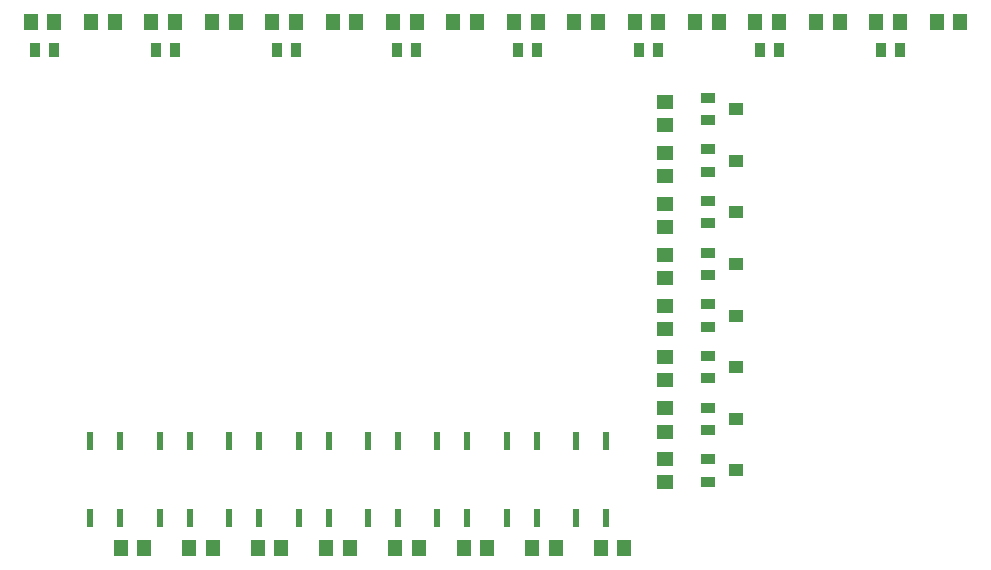
<source format=gbp>
%FSLAX25Y25*%
%MOIN*%
G70*
G01*
G75*
G04 Layer_Color=128*
%ADD10R,0.33465X0.42126*%
%ADD11R,0.12205X0.04331*%
%ADD12R,0.05906X0.03937*%
%ADD13R,0.05512X0.04724*%
%ADD14R,0.05906X0.05906*%
%ADD15R,0.01969X0.07874*%
%ADD16O,0.01969X0.07874*%
%ADD17R,0.04921X0.03543*%
%ADD18R,0.03543X0.02362*%
%ADD19R,0.03937X0.05906*%
%ADD20R,0.04724X0.05512*%
%ADD21R,0.01969X0.06890*%
%ADD22O,0.01969X0.06890*%
%ADD23O,0.06890X0.01969*%
%ADD24C,0.03937*%
%ADD25C,0.01000*%
%ADD26C,0.02362*%
%ADD27C,0.03150*%
%ADD28C,0.01969*%
%ADD29C,0.01575*%
%ADD30C,0.17716*%
%ADD31R,0.08268X0.08268*%
%ADD32C,0.08268*%
%ADD33R,0.08268X0.08268*%
%ADD34R,0.06102X0.06102*%
%ADD35C,0.06102*%
%ADD36R,0.06102X0.06102*%
%ADD37C,0.05906*%
%ADD38C,0.04724*%
%ADD39R,0.04724X0.04724*%
G04:AMPARAMS|DCode=40|XSize=98.43mil|YSize=118.11mil|CornerRadius=24.61mil|HoleSize=0mil|Usage=FLASHONLY|Rotation=90.000|XOffset=0mil|YOffset=0mil|HoleType=Round|Shape=RoundedRectangle|*
%AMROUNDEDRECTD40*
21,1,0.09843,0.06890,0,0,90.0*
21,1,0.04921,0.11811,0,0,90.0*
1,1,0.04921,0.03445,0.02461*
1,1,0.04921,0.03445,-0.02461*
1,1,0.04921,-0.03445,-0.02461*
1,1,0.04921,-0.03445,0.02461*
%
%ADD40ROUNDEDRECTD40*%
%ADD41R,0.11811X0.09843*%
%ADD42C,0.11811*%
%ADD43C,0.04724*%
%ADD44R,0.04724X0.04724*%
%ADD45C,0.06200*%
%ADD46R,0.05906X0.05906*%
%ADD47C,0.01969*%
%ADD48R,0.02362X0.05906*%
%ADD49R,0.04724X0.03937*%
%ADD50R,0.04724X0.03543*%
%ADD51R,0.05118X0.03543*%
%ADD52R,0.03543X0.04921*%
%ADD53C,0.00787*%
%ADD54C,0.00394*%
%ADD55C,0.01200*%
%ADD56C,0.00591*%
%ADD57C,0.00500*%
%ADD58C,0.00400*%
%ADD59C,0.00600*%
%ADD60C,0.00236*%
%ADD61C,0.00984*%
%ADD62C,0.02362*%
D13*
X454969Y371894D02*
D03*
Y379768D02*
D03*
Y354894D02*
D03*
Y362768D02*
D03*
Y337894D02*
D03*
Y345768D02*
D03*
X454969Y320894D02*
D03*
Y328768D02*
D03*
X454969Y286894D02*
D03*
Y294768D02*
D03*
Y303894D02*
D03*
Y311768D02*
D03*
Y277728D02*
D03*
Y269854D02*
D03*
X454969Y252894D02*
D03*
Y260768D02*
D03*
D20*
X281500Y231000D02*
D03*
X273626D02*
D03*
X304357D02*
D03*
X296483D02*
D03*
X327214D02*
D03*
X319340D02*
D03*
X372929D02*
D03*
X365054D02*
D03*
X395786D02*
D03*
X387912D02*
D03*
X418643D02*
D03*
X410769D02*
D03*
X350071D02*
D03*
X342197D02*
D03*
X441500D02*
D03*
X433626D02*
D03*
X243626Y406500D02*
D03*
X251500D02*
D03*
X263759D02*
D03*
X271633D02*
D03*
X304026D02*
D03*
X311900D02*
D03*
X283893D02*
D03*
X291767D02*
D03*
X344293D02*
D03*
X352167D02*
D03*
X324159D02*
D03*
X332033D02*
D03*
X384559D02*
D03*
X392433D02*
D03*
X364426D02*
D03*
X372300D02*
D03*
X424826D02*
D03*
X432700D02*
D03*
X404693D02*
D03*
X412567Y406500D02*
D03*
X444959Y406500D02*
D03*
X452833D02*
D03*
X465093D02*
D03*
X472967D02*
D03*
X485226D02*
D03*
X493100D02*
D03*
X505359D02*
D03*
X513233D02*
D03*
X545626D02*
D03*
X553500D02*
D03*
X525493D02*
D03*
X533367D02*
D03*
D48*
X366071Y241000D02*
D03*
X356071D02*
D03*
X366071Y266590D02*
D03*
X356071D02*
D03*
X435500Y241000D02*
D03*
X425500D02*
D03*
X435500Y266590D02*
D03*
X425500D02*
D03*
X273500Y241000D02*
D03*
X263500D02*
D03*
X273500Y266590D02*
D03*
X263500D02*
D03*
X296643Y241000D02*
D03*
X286643D02*
D03*
X296643Y266590D02*
D03*
X286643D02*
D03*
X319786Y241000D02*
D03*
X309786D02*
D03*
X319786Y266590D02*
D03*
X309786D02*
D03*
X342929Y241000D02*
D03*
X332928D02*
D03*
X342929Y266590D02*
D03*
X332928D02*
D03*
X389214Y241000D02*
D03*
X379214D02*
D03*
X389214Y266590D02*
D03*
X379214D02*
D03*
X412357Y241000D02*
D03*
X402357D02*
D03*
X412357Y266590D02*
D03*
X402357D02*
D03*
D49*
X478594Y377394D02*
D03*
Y360179D02*
D03*
Y342965D02*
D03*
X478594Y325751D02*
D03*
Y308537D02*
D03*
X478594Y291322D02*
D03*
Y274108D02*
D03*
Y256894D02*
D03*
D50*
X469343Y381134D02*
D03*
Y363919D02*
D03*
Y346705D02*
D03*
X469343Y329491D02*
D03*
Y312277D02*
D03*
X469343Y295062D02*
D03*
Y277848D02*
D03*
Y260634D02*
D03*
D51*
X469343Y373654D02*
D03*
Y356439D02*
D03*
Y339225D02*
D03*
Y322011D02*
D03*
Y304796D02*
D03*
Y287582D02*
D03*
Y270368D02*
D03*
Y253153D02*
D03*
D52*
X245000Y397000D02*
D03*
X251299D02*
D03*
X285286D02*
D03*
X291585D02*
D03*
X331989Y397118D02*
D03*
X325690D02*
D03*
X365857Y397000D02*
D03*
X372156D02*
D03*
X406143D02*
D03*
X412442D02*
D03*
X446428D02*
D03*
X452728D02*
D03*
X486714D02*
D03*
X493013D02*
D03*
X527000D02*
D03*
X533299D02*
D03*
M02*

</source>
